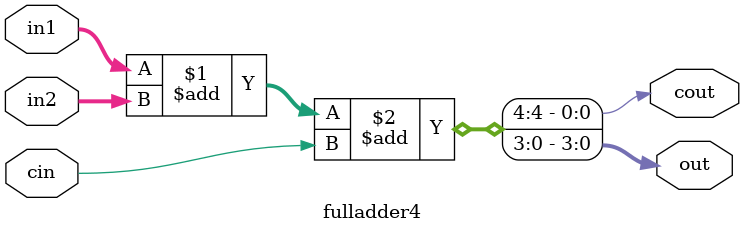
<source format=v>
module fulladder4(
    input[3:0] in1,in2,
    input cin,
    output[3:0] out,
    output cout
);
    
    assign {cout,out} = in1 + in2 + cin;
    
endmodule

</source>
